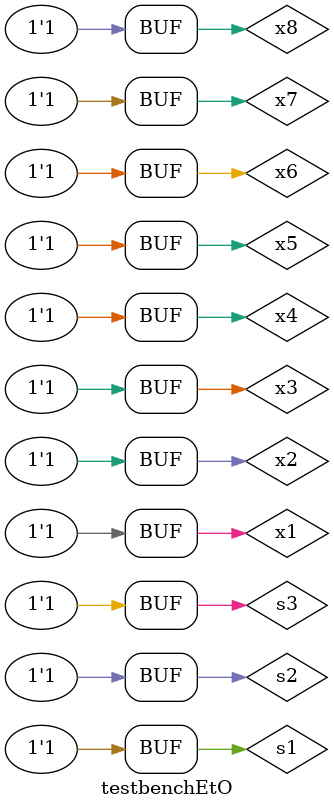
<source format=sv>
`timescale 1ns / 1ps


module EightToOneMUX( input x1,x2,x3,x4,x5,x6,x7,x8, s1, s2, s3, output y);
wire w1, w2 , w3, w4, w5;
FourtoOneMUX gate1 (.x1(x1),.x2(x2),.x3(x3),.x4(x4),.s1(s1),.s2(s2),.y(w1));
FourtoOneMUX gate2 (.x1(x5),.x2(x6),.x3(x7),.x4(x8),.s1(s1),.s2(s2),.y(w2));
and u1(w3, w2, s3); 
not u2(w4, s3); 
and u3(w5, w1, w4); 
or u4(y, w3, w5); 
endmodule

module testbenchEtO();
    reg x1,x2,x3,x4,x5,x6,x7,x8,s1,s2,s3;
    wire y;
    EightToOneMUX gate(.x1(x1),.x2(x2),.x3(x3),.x4(x4),.x5(x5),.x6(x6),.x7(x7),.x8(x8),.s1(s1),.s2(s2),.s3(s3),.y(y));
    initial begin
        s1=0; s2=0; s3=0; x1=0; #10;
        x1=1; #10;
        s1=1; x2=0; #10;
        x2=1; #10;
        s1=0; s2=1; x3=0; #10;
        x3=1; #10;
        s1=1; x4=0; #10;
        x4=1; #10;
        s1=0; s2=0; s3=1; x5=0; #10;
        x5=1; #10;
        s1=1; x6=0; #10;
        x6=1; #10;
        s1=0; s2=1; x7=0; #10;
        x7=1; #10;
        s1=1; x8=0; #10;
        x8=1; #10;
    end

endmodule
/*  x1 = 0; x2=0;x3=0;x4=0;a[0]=0;a[1]=0;b[0]=0;b[1]=0; #20;
            b[1]=1; #20; b[0]=1; b[1]=0; #20;
            b[1]=1; #20;
            a[1]=1; b[0]=0; b[1]=0; #20;
            b[1]=1; #20; b[0]=1; b[1]=0; #20;
            b[1]=1; #20;
            a[0]=1;a[1]=0;b[0]=0;b[1]=0; #20;
            b[1]=1; #20; b[0]=1; b[1]=0; #20;
            b[1]=1; #20;
            a[1]=1; b[0]=0; b[1]=0; #20;
            b[1]=1; #20; b[0]=1; b[1]=0; #20;
            b[1]=1; #20;
            
            x1 = 1; x2=0;a[0]=0;a[1]=0;b[0]=0;b[1]=0; #20;
            b[1]=1; #20; b[0]=1; b[1]=0; #20;
            b[1]=1; #20;
            a[1]=1; b[0]=0; b[1]=0; #20;
            b[1]=1; #20; b[0]=1; b[1]=0; #20;
            b[1]=1; #20;
            a[0]=1;a[1]=0;b[0]=0;b[1]=0; #20;
            b[1]=1; #20; b[0]=1; b[1]=0; #20;
            b[1]=1; #20;
            a[1]=1; b[0]=0; b[1]=0; #20;
            b[1]=1; #20; b[0]=1; b[1]=0; #20;
            b[1]=1; #20;
            
            x1 = 1; x3=0;a[0]=0;a[1]=0;b[0]=0;b[1]=0; #20;
            b[1]=1; #20;
            a[1]=1; b[0]=0; b[1]=0; #20;
            b[1]=1; #20; b[0]=1; b[1]=0; #20;
            b[1]=1; #20;
            a[0]=1;a[1]=0;b[0]=0;b[1]=0; #20;
            b[1]=1; #20; b[0]=1; b[1]=0; #20;
            b[1]=1; #20;
            a[1]=1; b[0]=0; b[1]=0; #20;
            b[1]=1; #20; b[0]=1; b[1]=0; #20;
            b[1]=1; #20;
        end */

</source>
